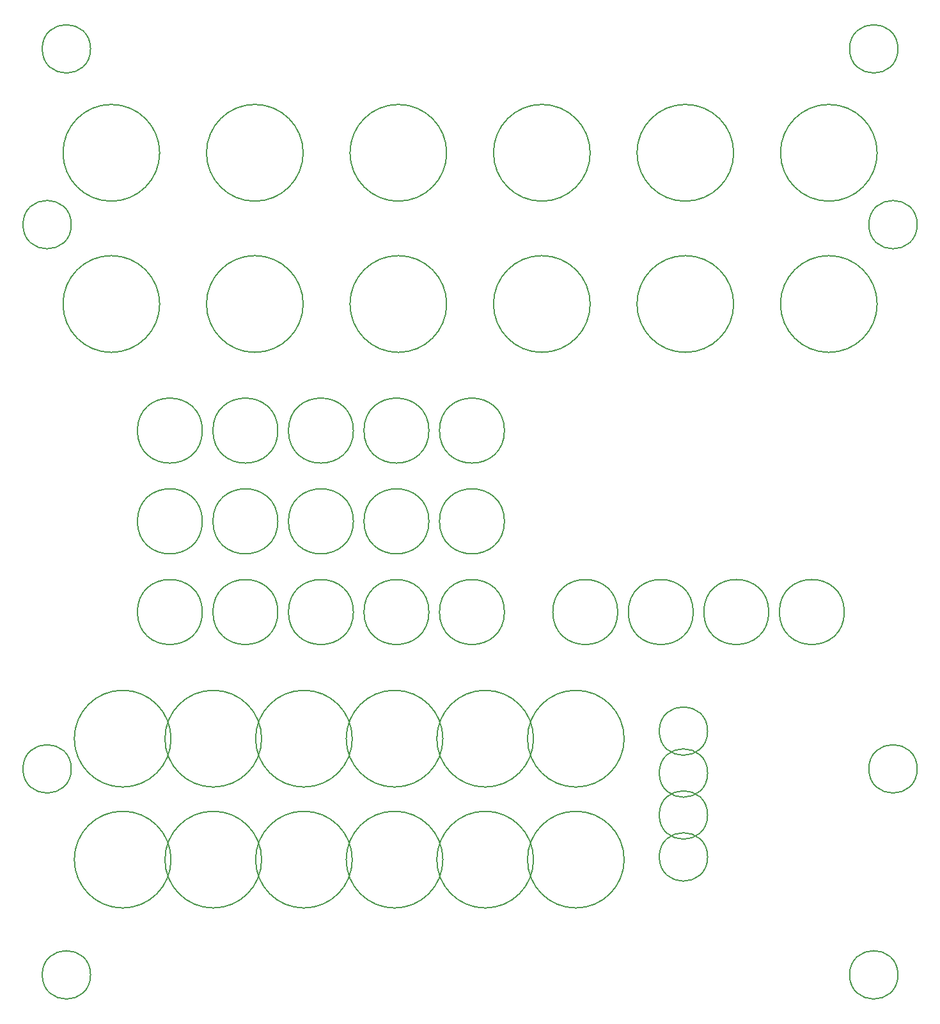
<source format=gbr>
%TF.GenerationSoftware,KiCad,Pcbnew,7.0.2*%
%TF.CreationDate,2025-02-19T16:58:47+00:00*%
%TF.ProjectId,dk2_04_panel,646b325f-3034-45f7-9061-6e656c2e6b69,rev?*%
%TF.SameCoordinates,Original*%
%TF.FileFunction,Other,Comment*%
%FSLAX46Y46*%
G04 Gerber Fmt 4.6, Leading zero omitted, Abs format (unit mm)*
G04 Created by KiCad (PCBNEW 7.0.2) date 2025-02-19 16:58:47*
%MOMM*%
%LPD*%
G01*
G04 APERTURE LIST*
%ADD10C,0.150000*%
G04 APERTURE END LIST*
D10*
%TO.C,H37*%
X109550000Y-99250000D02*
G75*
G03*
X109550000Y-99250000I-4300000J0D01*
G01*
%TO.C,H4*%
X136650000Y-147250000D02*
G75*
G03*
X136650000Y-147250000I-3200000J0D01*
G01*
%TO.C,H14*%
X100400000Y-116000000D02*
G75*
G03*
X100400000Y-116000000I-6400000J0D01*
G01*
%TO.C,H35*%
X84550000Y-99250000D02*
G75*
G03*
X84550000Y-99250000I-4300000J0D01*
G01*
%TO.C,H45*%
X133900000Y-38500000D02*
G75*
G03*
X133900000Y-38500000I-6400000J0D01*
G01*
%TO.C,H41*%
X57900000Y-38500000D02*
G75*
G03*
X57900000Y-38500000I-6400000J0D01*
G01*
%TO.C,H12*%
X76400000Y-116000000D02*
G75*
G03*
X76400000Y-116000000I-6400000J0D01*
G01*
%TO.C,H20*%
X100400000Y-132000000D02*
G75*
G03*
X100400000Y-132000000I-6400000J0D01*
G01*
%TO.C,H16*%
X52400000Y-132000000D02*
G75*
G03*
X52400000Y-132000000I-6400000J0D01*
G01*
%TO.C,H23*%
X64550000Y-75250000D02*
G75*
G03*
X64550000Y-75250000I-4300000J0D01*
G01*
%TO.C,H6*%
X139200000Y-48000000D02*
G75*
G03*
X139200000Y-48000000I-3200000J0D01*
G01*
%TO.C,H18*%
X76400000Y-132000000D02*
G75*
G03*
X76400000Y-132000000I-6400000J0D01*
G01*
%TO.C,H42*%
X76900000Y-38500000D02*
G75*
G03*
X76900000Y-38500000I-6400000J0D01*
G01*
%TO.C,H54*%
X111450000Y-126100000D02*
G75*
G03*
X111450000Y-126100000I-3200000J0D01*
G01*
%TO.C,H52*%
X111450000Y-115000000D02*
G75*
G03*
X111450000Y-115000000I-3200000J0D01*
G01*
%TO.C,H9*%
X40400000Y-116000000D02*
G75*
G03*
X40400000Y-116000000I-6400000J0D01*
G01*
%TO.C,H39*%
X129550000Y-99250000D02*
G75*
G03*
X129550000Y-99250000I-4300000J0D01*
G01*
%TO.C,H17*%
X64400000Y-132000000D02*
G75*
G03*
X64400000Y-132000000I-6400000J0D01*
G01*
%TO.C,H46*%
X38900000Y-58500000D02*
G75*
G03*
X38900000Y-58500000I-6400000J0D01*
G01*
%TO.C,H47*%
X57900000Y-58500000D02*
G75*
G03*
X57900000Y-58500000I-6400000J0D01*
G01*
%TO.C,H3*%
X29750000Y-147250000D02*
G75*
G03*
X29750000Y-147250000I-3200000J0D01*
G01*
%TO.C,H11*%
X64400000Y-116000000D02*
G75*
G03*
X64400000Y-116000000I-6400000J0D01*
G01*
%TO.C,H38*%
X119550000Y-99250000D02*
G75*
G03*
X119550000Y-99250000I-4300000J0D01*
G01*
%TO.C,H33*%
X64550000Y-99250000D02*
G75*
G03*
X64550000Y-99250000I-4300000J0D01*
G01*
%TO.C,H19*%
X88400000Y-132000000D02*
G75*
G03*
X88400000Y-132000000I-6400000J0D01*
G01*
%TO.C,H31*%
X44550000Y-99250000D02*
G75*
G03*
X44550000Y-99250000I-4300000J0D01*
G01*
%TO.C,H5*%
X27200000Y-48000000D02*
G75*
G03*
X27200000Y-48000000I-3200000J0D01*
G01*
%TO.C,H15*%
X40400000Y-132000000D02*
G75*
G03*
X40400000Y-132000000I-6400000J0D01*
G01*
%TO.C,H24*%
X74550000Y-75250000D02*
G75*
G03*
X74550000Y-75250000I-4300000J0D01*
G01*
%TO.C,H48*%
X76900000Y-58500000D02*
G75*
G03*
X76900000Y-58500000I-6400000J0D01*
G01*
%TO.C,H40*%
X38900000Y-38500000D02*
G75*
G03*
X38900000Y-38500000I-6400000J0D01*
G01*
%TO.C,H7*%
X27200000Y-120000000D02*
G75*
G03*
X27200000Y-120000000I-3200000J0D01*
G01*
%TO.C,H34*%
X74550000Y-99250000D02*
G75*
G03*
X74550000Y-99250000I-4300000J0D01*
G01*
%TO.C,H28*%
X64550000Y-87250000D02*
G75*
G03*
X64550000Y-87250000I-4300000J0D01*
G01*
%TO.C,H2*%
X136650000Y-24750000D02*
G75*
G03*
X136650000Y-24750000I-3200000J0D01*
G01*
%TO.C,H51*%
X133900000Y-58500000D02*
G75*
G03*
X133900000Y-58500000I-6400000J0D01*
G01*
%TO.C,H27*%
X54550000Y-87250000D02*
G75*
G03*
X54550000Y-87250000I-4300000J0D01*
G01*
%TO.C,H43*%
X95900000Y-38500000D02*
G75*
G03*
X95900000Y-38500000I-6400000J0D01*
G01*
%TO.C,H50*%
X114900000Y-58500000D02*
G75*
G03*
X114900000Y-58500000I-6400000J0D01*
G01*
%TO.C,H25*%
X84550000Y-75250000D02*
G75*
G03*
X84550000Y-75250000I-4300000J0D01*
G01*
%TO.C,H53*%
X111450000Y-120550000D02*
G75*
G03*
X111450000Y-120550000I-3200000J0D01*
G01*
%TO.C,H8*%
X139200000Y-120000000D02*
G75*
G03*
X139200000Y-120000000I-3200000J0D01*
G01*
%TO.C,H10*%
X52400000Y-116000000D02*
G75*
G03*
X52400000Y-116000000I-6400000J0D01*
G01*
%TO.C,H32*%
X54550000Y-99250000D02*
G75*
G03*
X54550000Y-99250000I-4300000J0D01*
G01*
%TO.C,H26*%
X44550000Y-87250000D02*
G75*
G03*
X44550000Y-87250000I-4300000J0D01*
G01*
%TO.C,H13*%
X88400000Y-116000000D02*
G75*
G03*
X88400000Y-116000000I-6400000J0D01*
G01*
%TO.C,H21*%
X44550000Y-75250000D02*
G75*
G03*
X44550000Y-75250000I-4300000J0D01*
G01*
%TO.C,H30*%
X84550000Y-87250000D02*
G75*
G03*
X84550000Y-87250000I-4300000J0D01*
G01*
%TO.C,H1*%
X29750000Y-24750000D02*
G75*
G03*
X29750000Y-24750000I-3200000J0D01*
G01*
%TO.C,H22*%
X54550000Y-75250000D02*
G75*
G03*
X54550000Y-75250000I-4300000J0D01*
G01*
%TO.C,H55*%
X111450000Y-131650000D02*
G75*
G03*
X111450000Y-131650000I-3200000J0D01*
G01*
%TO.C,H36*%
X99550000Y-99250000D02*
G75*
G03*
X99550000Y-99250000I-4300000J0D01*
G01*
%TO.C,H49*%
X95900000Y-58500000D02*
G75*
G03*
X95900000Y-58500000I-6400000J0D01*
G01*
%TO.C,H44*%
X114900000Y-38500000D02*
G75*
G03*
X114900000Y-38500000I-6400000J0D01*
G01*
%TO.C,H29*%
X74550000Y-87250000D02*
G75*
G03*
X74550000Y-87250000I-4300000J0D01*
G01*
%TD*%
M02*

</source>
